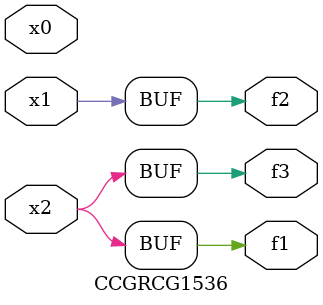
<source format=v>
module CCGRCG1536(
	input x0, x1, x2,
	output f1, f2, f3
);
	assign f1 = x2;
	assign f2 = x1;
	assign f3 = x2;
endmodule

</source>
